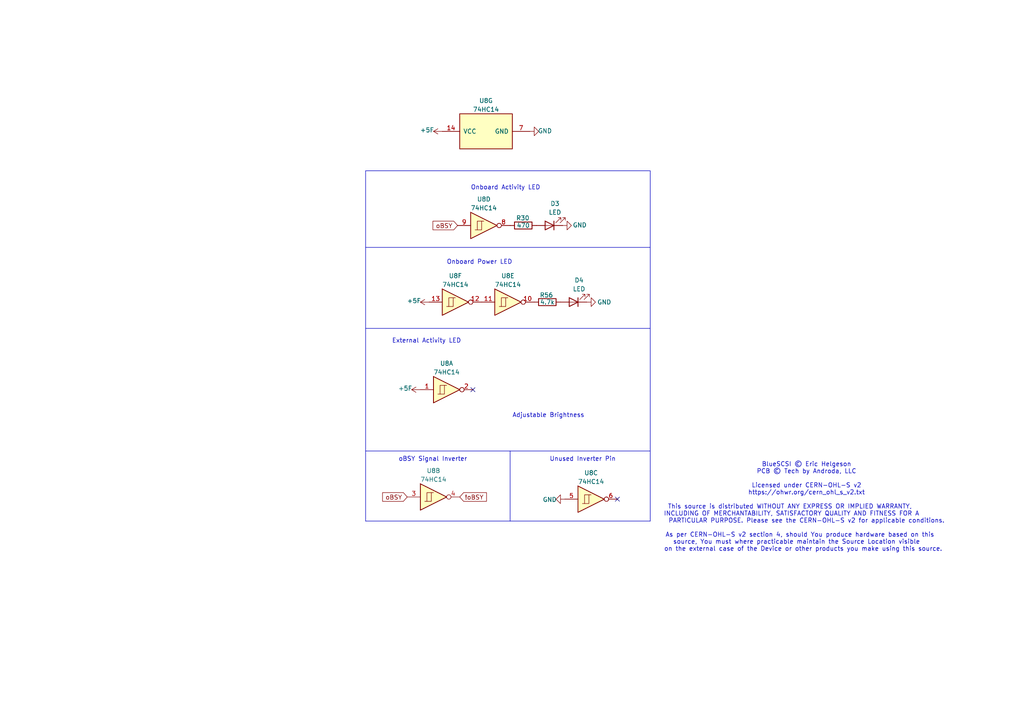
<source format=kicad_sch>
(kicad_sch (version 20250114) (generator "eeschema") (generator_version "9.0")
  (paper "A4")
  (title_block (title "4680-BlueSCSI V2") (date "2024-12-23") (rev "1.01") (company "Tech by Androda, LLC, SweProj.com"))
  (lib_symbols
    (symbol "74xx:74HC14" (pin_names (offset 1.016))
      (property "Reference" "U" (at 0 1.27 0))
      (property "Value" "74HC14" (at 0 -1.27 0))
      (symbol "74HC14_1_0"
        (polyline (pts (xy -3.81 3.81) (xy -3.81 -3.81) (xy 3.81 0) (xy -3.81 3.81)) (stroke (width 0.254)) (fill (type background)))
        (pin input line (at -7.62 0 0) (length 3.81) (name "~") (number "1"))
        (pin output inverted (at 7.62 0 180) (length 3.81) (name "~") (number "2"))
      )
      (symbol "74HC14_1_1"
        (polyline (pts (xy -2.54 -1.27) (xy -0.635 -1.27) (xy -0.635 1.27) (xy 0 1.27)))
        (polyline (pts (xy -1.905 -1.27) (xy -1.905 1.27) (xy -0.635 1.27)))
      )
      (symbol "74HC14_2_0"
        (polyline (pts (xy -3.81 3.81) (xy -3.81 -3.81) (xy 3.81 0) (xy -3.81 3.81)) (stroke (width 0.254)) (fill (type background)))
        (pin input line (at -7.62 0 0) (length 3.81) (name "~") (number "3"))
        (pin output inverted (at 7.62 0 180) (length 3.81) (name "~") (number "4"))
      )
      (symbol "74HC14_2_1"
        (polyline (pts (xy -2.54 -1.27) (xy -0.635 -1.27) (xy -0.635 1.27) (xy 0 1.27)))
        (polyline (pts (xy -1.905 -1.27) (xy -1.905 1.27) (xy -0.635 1.27)))
      )
      (symbol "74HC14_3_0"
        (polyline (pts (xy -3.81 3.81) (xy -3.81 -3.81) (xy 3.81 0) (xy -3.81 3.81)) (stroke (width 0.254)) (fill (type background)))
        (pin input line (at -7.62 0 0) (length 3.81) (name "~") (number "5"))
        (pin output inverted (at 7.62 0 180) (length 3.81) (name "~") (number "6"))
      )
      (symbol "74HC14_3_1"
        (polyline (pts (xy -2.54 -1.27) (xy -0.635 -1.27) (xy -0.635 1.27) (xy 0 1.27)))
        (polyline (pts (xy -1.905 -1.27) (xy -1.905 1.27) (xy -0.635 1.27)))
      )
      (symbol "74HC14_4_0"
        (polyline (pts (xy -3.81 3.81) (xy -3.81 -3.81) (xy 3.81 0) (xy -3.81 3.81)) (stroke (width 0.254)) (fill (type background)))
        (pin input line (at -7.62 0 0) (length 3.81) (name "~") (number "9"))
        (pin output inverted (at 7.62 0 180) (length 3.81) (name "~") (number "8"))
      )
      (symbol "74HC14_4_1"
        (polyline (pts (xy -2.54 -1.27) (xy -0.635 -1.27) (xy -0.635 1.27) (xy 0 1.27)))
        (polyline (pts (xy -1.905 -1.27) (xy -1.905 1.27) (xy -0.635 1.27)))
      )
      (symbol "74HC14_5_0"
        (polyline (pts (xy -3.81 3.81) (xy -3.81 -3.81) (xy 3.81 0) (xy -3.81 3.81)) (stroke (width 0.254)) (fill (type background)))
        (pin input line (at -7.62 0 0) (length 3.81) (name "~") (number "11"))
        (pin output inverted (at 7.62 0 180) (length 3.81) (name "~") (number "10"))
      )
      (symbol "74HC14_5_1"
        (polyline (pts (xy -2.54 -1.27) (xy -0.635 -1.27) (xy -0.635 1.27) (xy 0 1.27)))
        (polyline (pts (xy -1.905 -1.27) (xy -1.905 1.27) (xy -0.635 1.27)))
      )
      (symbol "74HC14_6_0"
        (polyline (pts (xy -3.81 3.81) (xy -3.81 -3.81) (xy 3.81 0) (xy -3.81 3.81)) (stroke (width 0.254)) (fill (type background)))
        (pin input line (at -7.62 0 0) (length 3.81) (name "~") (number "13"))
        (pin output inverted (at 7.62 0 180) (length 3.81) (name "~") (number "12"))
      )
      (symbol "74HC14_6_1"
        (polyline (pts (xy -2.54 -1.27) (xy -0.635 -1.27) (xy -0.635 1.27) (xy 0 1.27)))
        (polyline (pts (xy -1.905 -1.27) (xy -1.905 1.27) (xy -0.635 1.27)))
      )
      (symbol "74HC14_7_0"
        (pin power_in line (at 0 12.7 270) (length 5.08) (name "VCC") (number "14"))
        (pin power_in line (at 0 -12.7 90) (length 5.08) (name "GND") (number "7"))
      )
      (symbol "74HC14_7_1"
        (rectangle (start -5.08 7.62) (end 5.08 -7.62) (stroke (width 0.254)) (fill (type background)))
      )
    )
    (symbol "Device:LED" (pin_numbers (hide yes)) (pin_names (offset 1.016) (hide yes))
      (property "Reference" "D" (at 0 2.54 0))
      (property "Value" "LED" (at 0 -2.54 0))
      (symbol "LED_0_1"
        (polyline (pts (xy -3.048 -0.762) (xy -4.572 -2.286) (xy -3.81 -2.286) (xy -4.572 -2.286) (xy -4.572 -1.524)))
        (polyline (pts (xy -1.778 -0.762) (xy -3.302 -2.286) (xy -2.54 -2.286) (xy -3.302 -2.286) (xy -3.302 -1.524)))
        (polyline (pts (xy -1.27 0) (xy 1.27 0)))
        (polyline (pts (xy -1.27 -1.27) (xy -1.27 1.27)) (stroke (width 0.254)))
        (polyline (pts (xy 1.27 -1.27) (xy 1.27 1.27) (xy -1.27 0) (xy 1.27 -1.27)) (stroke (width 0.254)))
      )
      (symbol "LED_1_1"
        (pin passive line (at -3.81 0 0) (length 2.54) (name "K") (number "1"))
        (pin passive line (at 3.81 0 180) (length 2.54) (name "A") (number "2"))
      )
    )
    (symbol "Device:R" (pin_numbers (hide yes)) (pin_names (offset 0))
      (property "Reference" "R" (at 2.032 0 90))
      (property "Value" "R" (at 0 0 90))
      (symbol "R_0_1"
        (rectangle (start -1.016 -2.54) (end 1.016 2.54) (stroke (width 0.254)))
      )
      (symbol "R_1_1"
        (pin passive line (at 0 3.81 270) (length 1.27) (name "~") (number "1"))
        (pin passive line (at 0 -3.81 90) (length 1.27) (name "~") (number "2"))
      )
    )
    (symbol "power:+5F" (power) (pin_names (offset 0))
      (property "Value" "+5F" (at 0 3.556 0))
      (symbol "+5F_0_1"
        (polyline (pts (xy -0.762 1.27) (xy 0 2.54)))
        (polyline (pts (xy 0 2.54) (xy 0.762 1.27)))
        (polyline (pts (xy 0 0) (xy 0 2.54)))
      )
      (symbol "+5F_1_1"
        (pin power_in line (at 0 0 90) (length 0) (hide yes) (name "+5F") (number "1"))
      )
    )
    (symbol "power:GND" (power) (pin_names (offset 0))
      (property "Value" "GND" (at 0 -3.81 0))
      (symbol "GND_0_1"
        (polyline (pts (xy 0 0) (xy 0 -1.27) (xy 1.27 -1.27) (xy 0 -2.54) (xy -1.27 -1.27) (xy 0 -1.27)))
      )
      (symbol "GND_1_1"
        (pin power_in line (at 0 0 270) (length 0) (hide yes) (name "GND") (number "1"))
      )
    )
  )
  (text "Onboard Power LED" (at 129.54 76.835 0) (effects (font (size 1.27 1.27)) (justify left bottom)))
  (text "Unused Inverter Pin" (at 159.385 133.985 0) (effects (font (size 1.27 1.27)) (justify left bottom)))
  (text "oBSY Signal Inverter" (at 115.57 133.985 0) (effects (font (size 1.27 1.27)) (justify left bottom)))
  (text "Onboard Activity LED" (at 136.525 55.245 0) (effects (font (size 1.27 1.27)) (justify left bottom)))
  (text "BlueSCSI © Eric Helgeson\nPCB © Tech by Androda, LLC\n\nLicensed under CERN-OHL-S v2\nhttps://ohwr.org/cern_ohl_s_v2.txt\n\nThis source is distributed WITHOUT ANY EXPRESS OR IMPLIED WARRANTY,          \nINCLUDING OF MERCHANTABILITY, SATISFACTORY QUALITY AND FITNESS FOR A         \nPARTICULAR PURPOSE. Please see the CERN-OHL-S v2 for applicable conditions.\n\nAs per CERN-OHL-S v2 section 4, should You produce hardware based on this    \nsource, You must where practicable maintain the Source Location visible      \non the external case of the Device or other products you make using this source.  \n" (at 233.934 147.066 0) (effects (font (size 1.27 1.27))))
  (text "Adjustable Brightness" (at 148.59 121.285 0) (effects (font (size 1.27 1.27)) (justify left bottom)))
  (text "External Activity LED" (at 113.665 99.695 0) (effects (font (size 1.27 1.27)) (justify left bottom)))
  (no_connect (at 137.16 113.03))
  (no_connect (at 179.07 144.78))
  (polyline (pts (xy 188.595 95.25) (xy 106.045 95.25)))
  (polyline (pts (xy 188.595 130.81) (xy 188.595 95.25)))
  (polyline (pts (xy 188.595 49.53) (xy 188.595 71.755)))
  (polyline (pts (xy 106.045 49.53) (xy 106.045 151.13)))
  (polyline (pts (xy 188.595 95.25) (xy 188.595 71.755)))
  (polyline (pts (xy 106.045 49.53) (xy 188.595 49.53)))
  (polyline (pts (xy 106.045 130.81) (xy 188.595 130.81)))
  (polyline (pts (xy 188.595 151.13) (xy 188.595 130.81)))
  (polyline (pts (xy 147.955 130.81) (xy 147.955 151.13)))
  (polyline (pts (xy 106.045 151.13) (xy 188.595 151.13)))
  (polyline (pts (xy 188.595 71.755) (xy 106.045 71.755)))
  (global_label "oBSY" (shape input) (at 132.715 65.405 180) (property "Intersheetrefs" "${INTERSHEET_REFS}" (effects (hide yes))))
  (global_label "!oBSY" (shape input) (at 133.35 144.145 0) (property "Intersheetrefs" "${INTERSHEET_REFS}" (effects (hide yes))))
  (global_label "oBSY" (shape input) (at 118.11 144.145 180) (property "Intersheetrefs" "${INTERSHEET_REFS}" (effects (hide yes))))
  (symbol (lib_id "power:GND") (at 153.67 38.1 90) (unit 1)
    (property "Reference" "#PWR041" (effects (hide yes)))
    (property "Value" "GND" (at 158.0642 37.973 90))
  )
  (symbol (lib_id "74xx:74HC14") (at 140.335 65.405 0) (unit 4)
    (property "Reference" "U8" (at 140.335 57.785 0))
    (property "Value" "74HC14" (at 140.335 60.325 0))
    (property "Footprint" "Package_SO:SO-14_3.9x8.65mm_P1.27mm" (effects (hide yes)))
    (property "Datasheet" "http://www.ti.com/lit/gpn/sn74HC14" (effects (hide yes)))
    (property "JLC Part #" "C5605" (effects (hide yes)))
    (property "LCSC" "C5356103" (effects (hide yes)))
  )
  (symbol (lib_id "74xx:74HC14") (at 171.45 144.78 0) (unit 3)
    (property "Reference" "U8" (at 171.45 137.16 0))
    (property "Value" "74HC14" (at 171.45 139.7 0))
    (property "Footprint" "Package_SO:SO-14_3.9x8.65mm_P1.27mm" (effects (hide yes)))
    (property "Datasheet" "http://www.ti.com/lit/gpn/sn74HC14" (effects (hide yes)))
    (property "JLC Part #" "C5605" (effects (hide yes)))
    (property "LCSC" "C5356103" (effects (hide yes)))
  )
  (symbol (lib_id "74xx:74HC14") (at 132.08 87.63 0) (unit 6)
    (property "Reference" "U8" (at 132.08 80.01 0))
    (property "Value" "74HC14" (at 132.08 82.55 0))
    (property "Footprint" "Package_SO:SO-14_3.9x8.65mm_P1.27mm" (effects (hide yes)))
    (property "Datasheet" "http://www.ti.com/lit/gpn/sn74HC14" (effects (hide yes)))
    (property "JLC Part #" "C5605" (effects (hide yes)))
    (property "LCSC" "C5356103" (effects (hide yes)))
  )
  (symbol (lib_id "Device:R") (at 158.75 87.63 90) (unit 1)
    (property "Reference" "R56" (at 158.496 85.598 90))
    (property "Value" "4.7k" (at 158.75 87.63 90))
    (property "Footprint" "Resistor_SMD:R_0603_1608Metric" (effects (hide yes)))
    (property "LCSC" "C23162" (effects (hide yes)))
  )
  (symbol (lib_id "power:+5F") (at 128.27 38.1 90) (unit 1)
    (property "Reference" "#PWR038" (effects (hide yes)))
    (property "Value" "+5F" (at 123.8758 37.719 90))
  )
  (symbol (lib_id "power:GND") (at 170.18 87.63 90) (unit 1)
    (property "Reference" "#PWR035" (effects (hide yes)))
    (property "Value" "GND" (at 175.26 87.63 90))
  )
  (symbol (lib_id "74xx:74HC14") (at 129.54 113.03 0) (unit 1)
    (property "Reference" "U8" (at 129.54 105.41 0))
    (property "Value" "74HC14" (at 129.54 107.95 0))
    (property "Footprint" "Package_SO:SO-14_3.9x8.65mm_P1.27mm" (effects (hide yes)))
    (property "Datasheet" "http://www.ti.com/lit/gpn/sn74HC14" (effects (hide yes)))
    (property "JLC Part #" "C5605" (effects (hide yes)))
    (property "LCSC" "C5356103" (effects (hide yes)))
  )
  (symbol (lib_id "74xx:74HC14") (at 140.97 38.1 90) (unit 7)
    (property "Reference" "U8" (at 140.97 29.21 90))
    (property "Value" "74HC14" (at 140.97 31.75 90))
    (property "Footprint" "Package_SO:SO-14_3.9x8.65mm_P1.27mm" (effects (hide yes)))
    (property "Datasheet" "http://www.ti.com/lit/gpn/sn74HC14" (effects (hide yes)))
    (property "JLC Part #" "C5605" (effects (hide yes)))
    (property "LCSC" "C5356103" (effects (hide yes)))
  )
  (symbol (lib_id "Device:LED") (at 159.385 65.405 180) (unit 1)
    (property "Reference" "D3" (at 160.9725 59.055 0))
    (property "Value" "LED" (at 160.9725 61.595 0))
    (property "Footprint" "LED_SMD:LED_0805_2012Metric" (effects (hide yes)))
    (property "JLCPCB Part Number" "C2297" (effects (hide yes)))
    (property "LCSC" "C2297" (effects (hide yes)))
  )
  (symbol (lib_id "power:GND") (at 163.83 144.78 270) (unit 1)
    (property "Reference" "#PWR059" (effects (hide yes)))
    (property "Value" "GND" (at 159.4358 144.907 90))
  )
  (symbol (lib_id "74xx:74HC14") (at 125.73 144.145 0) (unit 2)
    (property "Reference" "U8" (at 125.73 136.525 0))
    (property "Value" "74HC14" (at 125.73 139.065 0))
    (property "Footprint" "Package_SO:SO-14_3.9x8.65mm_P1.27mm" (effects (hide yes)))
    (property "Datasheet" "http://www.ti.com/lit/gpn/sn74HC14" (effects (hide yes)))
    (property "JLC Part #" "C5605" (effects (hide yes)))
    (property "LCSC" "C5356103" (effects (hide yes)))
  )
  (symbol (lib_id "Device:LED") (at 166.37 87.63 180) (unit 1)
    (property "Reference" "D4" (at 167.9575 81.28 0))
    (property "Value" "LED" (at 167.9575 83.82 0))
    (property "Footprint" "LED_SMD:LED_0805_2012Metric" (effects (hide yes)))
    (property "JLCPCB Part #" "C2290" (effects (hide yes)))
    (property "LCSC" "C2290" (effects (hide yes)))
  )
  (symbol (lib_id "Device:R") (at 151.765 65.405 90) (unit 1)
    (property "Reference" "R30" (at 151.638 63.246 90))
    (property "Value" "470" (at 151.765 65.405 90))
    (property "Footprint" "Resistor_SMD:R_0402_1005Metric" (effects (hide yes)))
    (property "LCSC" "C25117" (effects (hide yes)))
  )
  (symbol (lib_id "power:+5F") (at 124.46 87.63 90) (unit 1)
    (property "Reference" "#PWR014" (effects (hide yes)))
    (property "Value" "+5F" (at 120.0658 87.249 90))
  )
  (symbol (lib_id "power:+5F") (at 121.92 113.03 90) (unit 1)
    (property "Reference" "#PWR01" (effects (hide yes)))
    (property "Value" "+5F" (at 117.5258 112.649 90))
  )
  (symbol (lib_id "power:GND") (at 163.195 65.405 90) (unit 1)
    (property "Reference" "#PWR017" (effects (hide yes)))
    (property "Value" "GND" (at 168.148 65.278 90))
  )
  (symbol (lib_id "74xx:74HC14") (at 147.32 87.63 0) (unit 5)
    (property "Reference" "U8" (at 147.32 80.01 0))
    (property "Value" "74HC14" (at 147.32 82.55 0))
    (property "Footprint" "Package_SO:SO-14_3.9x8.65mm_P1.27mm" (effects (hide yes)))
    (property "Datasheet" "http://www.ti.com/lit/gpn/sn74HC14" (effects (hide yes)))
    (property "JLC Part #" "C5605" (effects (hide yes)))
    (property "LCSC" "C5356103" (effects (hide yes)))
  )
)
</source>
